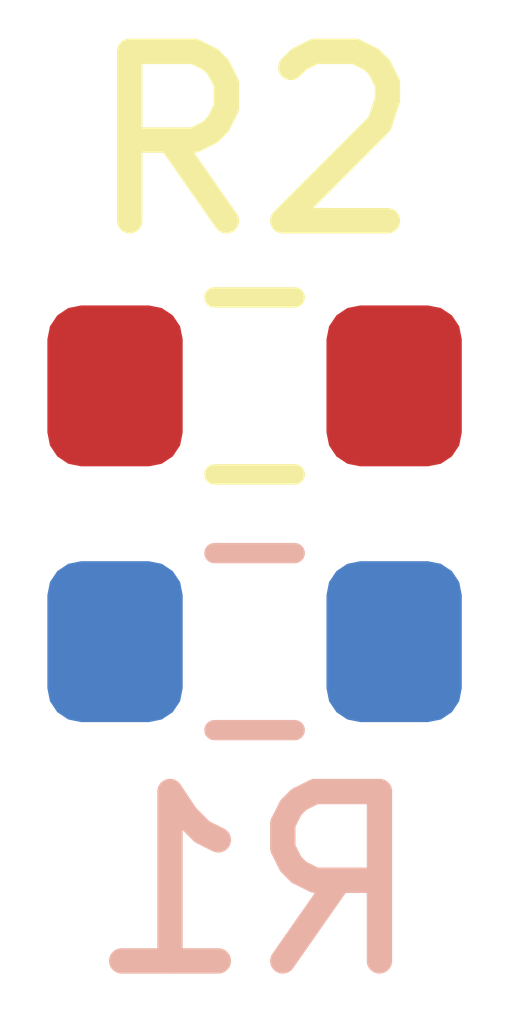
<source format=kicad_pcb>
(kicad_pcb (version 20241229) (generator "pcbnew") (generator_version "9.0")
  (layers (0 "F.Cu" signal) (2 "B.Cu" signal) (13 "F.Paste" user) (15 "B.Paste" user) (5 "F.SilkS" user "F.Silkscreen") (7 "B.SilkS" user "B.Silkscreen") (1 "F.Mask" user) (3 "B.Mask" user) (25 "Edge.Cuts" user))
  (net 0 "")
  (net 1 "P1")
  (net 2 "P2")
  (footprint "Resistor_SMD:R_0603_1608Metric" (layer "F.Cu") (at 148.5 104.245)
    (property "Reference" "R2" (at 0 -1.43 0) (layer "F.SilkS"))
    (property "Value" "SMD 0603 1kOhms +/-10%" (hide yes))
    (fp_line (start -0.237258 -0.5225) (end 0.237258 -0.5225) (stroke (width 0.12)) (layer "F.SilkS"))
    (fp_line (start -0.237258 0.5225) (end 0.237258 0.5225) (stroke (width 0.12)) (layer "F.SilkS"))
    (pad "1" smd roundrect (at -0.825 0) (size 0.8 0.95) (layers "F.Cu" "F.Mask" "F.Paste") (net 1 "P1"))
    (pad "2" smd roundrect (at 0.825 0) (size 0.8 0.95) (layers "F.Cu" "F.Mask" "F.Paste") (net 2 "P2"))
  )
  (footprint "Resistor_SMD:R_0603_1608Metric" (layer "B.Cu") (at 148.5 105.755)
    (property "Reference" "R1" (at 0 1.43 180) (layer "B.SilkS") (effects (justify mirror)))
    (property "Value" "SMD 0603 1kOhms +/-10%" (hide yes))
    (fp_line (start -0.237258 -0.5225) (end 0.237258 -0.5225) (stroke (width 0.12)) (layer "B.SilkS"))
    (fp_line (start -0.237258 0.5225) (end 0.237258 0.5225) (stroke (width 0.12)) (layer "B.SilkS"))
    (pad "1" smd roundrect (at -0.825 0) (size 0.8 0.95) (layers "B.Cu" "B.Mask" "B.Paste") (net 1 "P1"))
    (pad "2" smd roundrect (at 0.825 0) (size 0.8 0.95) (layers "B.Cu" "B.Mask" "B.Paste") (net 2 "P2"))
  )
)
</source>
